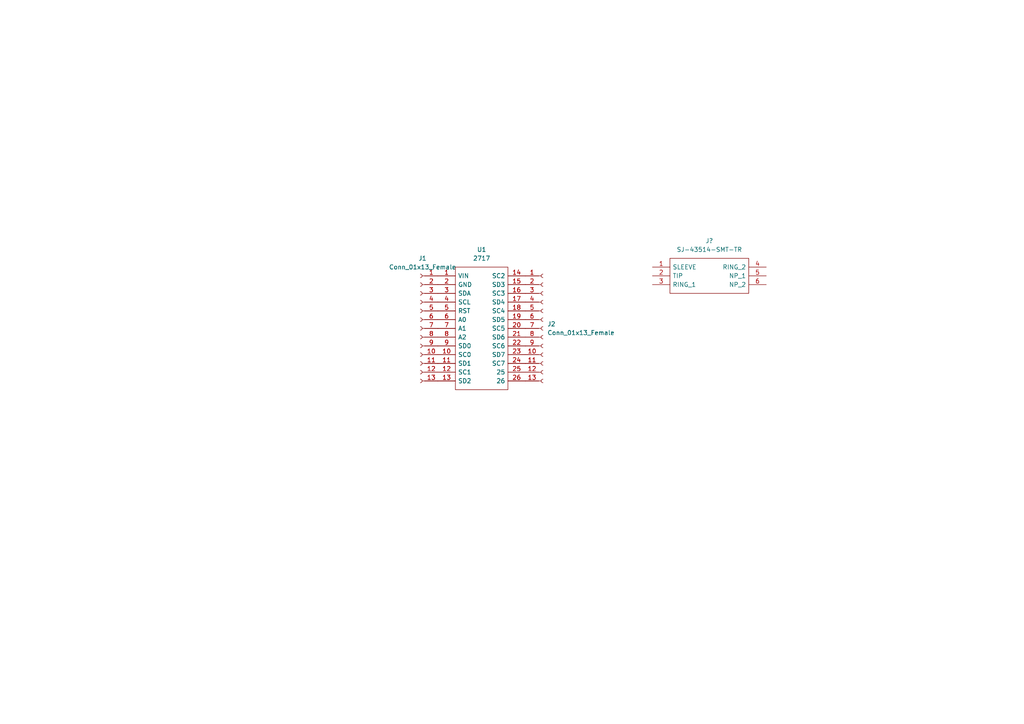
<source format=kicad_sch>
(kicad_sch (version 20211123) (generator eeschema)
  (paper "A4")
  (lib_symbols
    (symbol "Connector:Conn_01x13_Female" (pin_names (offset 1.016) hide)
      (property "Reference" "J" (at 0 17.78 0))
      (property "Value" "Conn_01x13_Female" (at 0 -17.78 0))
      (symbol "Conn_01x13_Female_1_1"
        (arc (start 0 -14.732) (mid -0.508 -15.24) (end 0 -15.748) (stroke (width 0.1524)))
        (arc (start 0 -12.192) (mid -0.508 -12.7) (end 0 -13.208) (stroke (width 0.1524)))
        (arc (start 0 -9.652) (mid -0.508 -10.16) (end 0 -10.668) (stroke (width 0.1524)))
        (arc (start 0 -7.112) (mid -0.508 -7.62) (end 0 -8.128) (stroke (width 0.1524)))
        (arc (start 0 -4.572) (mid -0.508 -5.08) (end 0 -5.588) (stroke (width 0.1524)))
        (arc (start 0 -2.032) (mid -0.508 -2.54) (end 0 -3.048) (stroke (width 0.1524)))
        (polyline (pts (xy -1.27 -15.24) (xy -0.508 -15.24)) (stroke (width 0.1524)))
        (polyline (pts (xy -1.27 -12.7) (xy -0.508 -12.7)) (stroke (width 0.1524)))
        (polyline (pts (xy -1.27 -10.16) (xy -0.508 -10.16)) (stroke (width 0.1524)))
        (polyline (pts (xy -1.27 -7.62) (xy -0.508 -7.62)) (stroke (width 0.1524)))
        (polyline (pts (xy -1.27 -5.08) (xy -0.508 -5.08)) (stroke (width 0.1524)))
        (polyline (pts (xy -1.27 -2.54) (xy -0.508 -2.54)) (stroke (width 0.1524)))
        (polyline (pts (xy -1.27 0) (xy -0.508 0)) (stroke (width 0.1524)))
        (polyline (pts (xy -1.27 2.54) (xy -0.508 2.54)) (stroke (width 0.1524)))
        (polyline (pts (xy -1.27 5.08) (xy -0.508 5.08)) (stroke (width 0.1524)))
        (polyline (pts (xy -1.27 7.62) (xy -0.508 7.62)) (stroke (width 0.1524)))
        (polyline (pts (xy -1.27 10.16) (xy -0.508 10.16)) (stroke (width 0.1524)))
        (polyline (pts (xy -1.27 12.7) (xy -0.508 12.7)) (stroke (width 0.1524)))
        (polyline (pts (xy -1.27 15.24) (xy -0.508 15.24)) (stroke (width 0.1524)))
        (arc (start 0 0.508) (mid -0.508 0) (end 0 -0.508) (stroke (width 0.1524)))
        (arc (start 0 3.048) (mid -0.508 2.54) (end 0 2.032) (stroke (width 0.1524)))
        (arc (start 0 5.588) (mid -0.508 5.08) (end 0 4.572) (stroke (width 0.1524)))
        (arc (start 0 8.128) (mid -0.508 7.62) (end 0 7.112) (stroke (width 0.1524)))
        (arc (start 0 10.668) (mid -0.508 10.16) (end 0 9.652) (stroke (width 0.1524)))
        (arc (start 0 13.208) (mid -0.508 12.7) (end 0 12.192) (stroke (width 0.1524)))
        (arc (start 0 15.748) (mid -0.508 15.24) (end 0 14.732) (stroke (width 0.1524)))
        (pin passive line (at -5.08 15.24 0) (length 3.81) (name "Pin_1") (number "1"))
        (pin passive line (at -5.08 -7.62 0) (length 3.81) (name "Pin_10") (number "10"))
        (pin passive line (at -5.08 -10.16 0) (length 3.81) (name "Pin_11") (number "11"))
        (pin passive line (at -5.08 -12.7 0) (length 3.81) (name "Pin_12") (number "12"))
        (pin passive line (at -5.08 -15.24 0) (length 3.81) (name "Pin_13") (number "13"))
        (pin passive line (at -5.08 12.7 0) (length 3.81) (name "Pin_2") (number "2"))
        (pin passive line (at -5.08 10.16 0) (length 3.81) (name "Pin_3") (number "3"))
        (pin passive line (at -5.08 7.62 0) (length 3.81) (name "Pin_4") (number "4"))
        (pin passive line (at -5.08 5.08 0) (length 3.81) (name "Pin_5") (number "5"))
        (pin passive line (at -5.08 2.54 0) (length 3.81) (name "Pin_6") (number "6"))
        (pin passive line (at -5.08 0 0) (length 3.81) (name "Pin_7") (number "7"))
        (pin passive line (at -5.08 -2.54 0) (length 3.81) (name "Pin_8") (number "8"))
        (pin passive line (at -5.08 -5.08 0) (length 3.81) (name "Pin_9") (number "9"))
      )
    )
    (symbol "SamacSys_Parts:2717" (pin_names (offset 0.762))
      (property "Reference" "U" (at 21.59 7.62 0))
      (property "Value" "2717" (at 21.59 5.08 0))
      (symbol "2717_0_0"
        (pin passive line (at 0 0 0) (length 5.08) (name "VIN") (number "1"))
        (pin passive line (at 0 -22.86 0) (length 5.08) (name "SC0") (number "10"))
        (pin passive line (at 0 -25.4 0) (length 5.08) (name "SD1") (number "11"))
        (pin passive line (at 0 -27.94 0) (length 5.08) (name "SC1") (number "12"))
        (pin passive line (at 0 -30.48 0) (length 5.08) (name "SD2") (number "13"))
        (pin passive line (at 25.4 0 180) (length 5.08) (name "SC2") (number "14"))
        (pin passive line (at 25.4 -2.54 180) (length 5.08) (name "SD3") (number "15"))
        (pin passive line (at 25.4 -5.08 180) (length 5.08) (name "SC3") (number "16"))
        (pin passive line (at 25.4 -7.62 180) (length 5.08) (name "SD4") (number "17"))
        (pin passive line (at 25.4 -10.16 180) (length 5.08) (name "SC4") (number "18"))
        (pin passive line (at 25.4 -12.7 180) (length 5.08) (name "SD5") (number "19"))
        (pin passive line (at 0 -2.54 0) (length 5.08) (name "GND") (number "2"))
        (pin passive line (at 25.4 -15.24 180) (length 5.08) (name "SC5") (number "20"))
        (pin passive line (at 25.4 -17.78 180) (length 5.08) (name "SD6") (number "21"))
        (pin passive line (at 25.4 -20.32 180) (length 5.08) (name "SC6") (number "22"))
        (pin passive line (at 25.4 -22.86 180) (length 5.08) (name "SD7") (number "23"))
        (pin passive line (at 25.4 -25.4 180) (length 5.08) (name "SC7") (number "24"))
        (pin passive line (at 25.4 -27.94 180) (length 5.08) (name "25") (number "25"))
        (pin passive line (at 25.4 -30.48 180) (length 5.08) (name "26") (number "26"))
        (pin passive line (at 0 -5.08 0) (length 5.08) (name "SDA") (number "3"))
        (pin passive line (at 0 -7.62 0) (length 5.08) (name "SCL") (number "4"))
        (pin passive line (at 0 -10.16 0) (length 5.08) (name "RST") (number "5"))
        (pin passive line (at 0 -12.7 0) (length 5.08) (name "A0") (number "6"))
        (pin passive line (at 0 -15.24 0) (length 5.08) (name "A1") (number "7"))
        (pin passive line (at 0 -17.78 0) (length 5.08) (name "A2") (number "8"))
        (pin passive line (at 0 -20.32 0) (length 5.08) (name "SD0") (number "9"))
      )
      (symbol "2717_0_1"
        (polyline (pts (xy 5.08 2.54) (xy 20.32 2.54) (xy 20.32 -33.02) (xy 5.08 -33.02) (xy 5.08 2.54)) (stroke (width 0.1524)))
      )
    )
    (symbol "SamacSys_Parts:SJ-43514-SMT-TR" (pin_names (offset 0.762))
      (property "Reference" "J" (at 29.21 7.62 0))
      (property "Value" "SJ-43514-SMT-TR" (at 29.21 5.08 0))
      (symbol "SJ-43514-SMT-TR_0_0"
        (pin passive line (at 0 0 0) (length 5.08) (name "SLEEVE") (number "1"))
        (pin passive line (at 0 -2.54 0) (length 5.08) (name "TIP") (number "2"))
        (pin passive line (at 0 -5.08 0) (length 5.08) (name "RING_1") (number "3"))
        (pin passive line (at 33.02 0 180) (length 5.08) (name "RING_2") (number "4"))
        (pin passive line (at 33.02 -2.54 180) (length 5.08) (name "NP_1") (number "5"))
        (pin passive line (at 33.02 -5.08 180) (length 5.08) (name "NP_2") (number "6"))
      )
      (symbol "SJ-43514-SMT-TR_0_1"
        (polyline (pts (xy 5.08 2.54) (xy 27.94 2.54) (xy 27.94 -7.62) (xy 5.08 -7.62) (xy 5.08 2.54)) (stroke (width 0.1524)))
      )
    )
  )
  (symbol (lib_id "Connector:Conn_01x13_Female") (at 121.92 95.25 0) (mirror y) (unit 1)
    (property "Reference" "J1" (at 122.555 74.93 0))
    (property "Value" "Conn_01x13_Female" (at 122.555 77.47 0))
  )
  (symbol (lib_id "Connector:Conn_01x13_Female") (at 157.48 95.25 0) (unit 1)
    (property "Reference" "J2" (at 158.75 93.9799 0) (effects (justify left)))
    (property "Value" "Conn_01x13_Female" (at 158.75 96.5199 0) (effects (justify left)))
  )
  (symbol (lib_id "SamacSys_Parts:2717") (at 127 80.01 0) (unit 1)
    (property "Reference" "U1" (at 139.7 72.39 0))
    (property "Value" "2717" (at 139.7 74.93 0))
    (property "Footprint" "2717" (effects hide))
    (property "Datasheet" "https://learn.adafruit.com/downloads/pdf/adafruit-tca9548a-1-to-8-i2c-multiplexer-breakout.pdf" (effects hide))
    (property "Description" "Switch IC Development Tools TCA9548A I2C Multiplexer" (effects hide))
    (property "Height" "1" (effects hide))
    (property "Mouser Part Number" "485-2717" (effects hide))
    (property "Mouser Price/Stock" "https://www.mouser.co.uk/ProductDetail/Adafruit/2717?qs=FXKxjuMTmBk%252BXQsxVhda7A%3D%3D" (effects hide))
    (property "Manufacturer_Name" "Adafruit" (effects hide))
    (property "Manufacturer_Part_Number" "2717" (effects hide))
  )
  (symbol (lib_id "SamacSys_Parts:SJ-43514-SMT-TR") (at 189.23 77.47 0) (unit 1)
    (property "Reference" "J?" (at 205.74 69.85 0))
    (property "Value" "SJ-43514-SMT-TR" (at 205.74 72.39 0))
    (property "Footprint" "SJ43514SMTTR" (effects hide))
    (property "Datasheet" "https://www.mouser.de/ProductDetail/CUI-Devices/SJ-43514-SMT-TR?qs=WyjlAZoYn528%252BiAb5RzVtg%3D%3D" (effects hide))
    (property "Description" "Phone Connectors Audio Jacks" (effects hide))
    (property "Height" "5" (effects hide))
    (property "Manufacturer_Name" "CUI Inc." (effects hide))
    (property "Manufacturer_Part_Number" "SJ-43514-SMT-TR" (effects hide))
    (property "Mouser Part Number" "490-SJ-43514-SMT-TR" (effects hide))
    (property "Mouser Price/Stock" "https://www.mouser.co.uk/ProductDetail/CUI-Devices/SJ-43514-SMT-TR?qs=WyjlAZoYn528%252BiAb5RzVtg%3D%3D" (effects hide))
    (property "Arrow Part Number" "SJ-43514-SMT-TR" (effects hide))
    (property "Arrow Price/Stock" "https://www.arrow.com/en/products/sj-43514-smt-tr/cui-devices?region=nac" (effects hide))
  )
)
</source>
